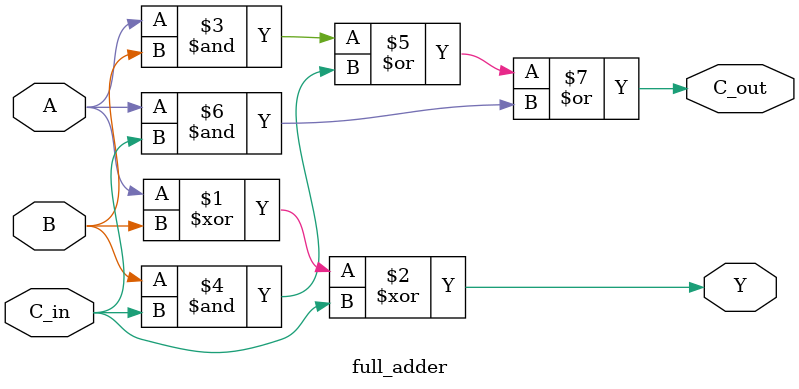
<source format=v>
module full_adder(
    input A, B, C_in,
    output C_out, Y
);

assign Y = A ^ B ^ C_in;
assign C_out = (A&B) | (B&C_in) | (A&C_in);

endmodule 
</source>
